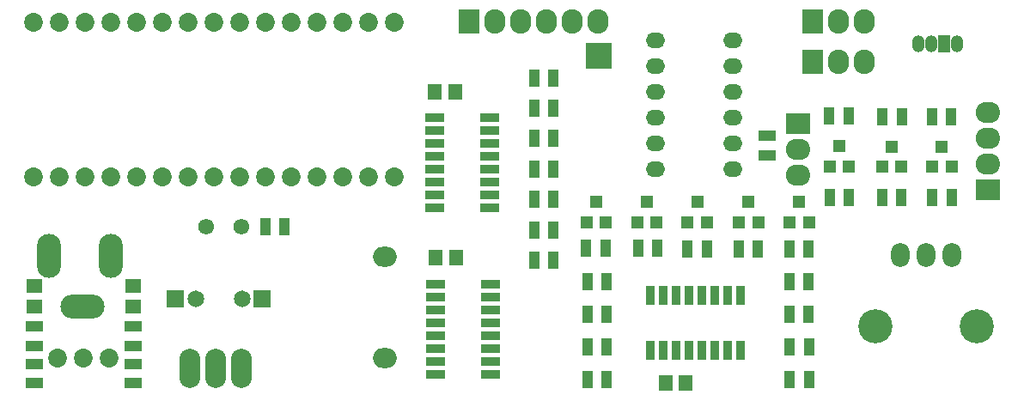
<source format=gbs>
G04 #@! TF.FileFunction,Soldermask,Bot*
%FSLAX46Y46*%
G04 Gerber Fmt 4.6, Leading zero omitted, Abs format (unit mm)*
G04 Created by KiCad (PCBNEW 4.1.0-alpha+201607281302+6996~46~ubuntu14.04.1-product) date Sun Aug  7 01:59:30 2016*
%MOMM*%
%LPD*%
G01*
G04 APERTURE LIST*
%ADD10C,0.100000*%
%ADD11R,0.955600X1.855600*%
%ADD12R,1.855600X0.955600*%
%ADD13R,2.387600X2.082800*%
%ADD14O,2.387600X2.082800*%
%ADD15R,1.655600X1.055600*%
%ADD16R,1.055600X1.655600*%
%ADD17O,1.879600X1.555600*%
%ADD18O,1.855600X2.355600*%
%ADD19C,3.355600*%
%ADD20O,2.355600X1.955600*%
%ADD21O,2.355600X4.355600*%
%ADD22O,4.355600X2.355600*%
%ADD23O,1.255600X1.655600*%
%ADD24R,1.255600X1.655600*%
%ADD25R,1.355600X1.605600*%
%ADD26R,1.655600X1.655600*%
%ADD27C,1.655600*%
%ADD28R,2.590800X2.590800*%
%ADD29R,2.082800X2.387600*%
%ADD30O,2.082800X2.387600*%
%ADD31O,2.054860X3.855720*%
%ADD32C,1.855600*%
%ADD33C,1.555600*%
%ADD34R,1.155700X1.155700*%
%ADD35R,1.605600X1.355600*%
G04 APERTURE END LIST*
D10*
D11*
X174010000Y-69300000D03*
X175280000Y-69300000D03*
X176550000Y-69300000D03*
X177820000Y-69300000D03*
X179090000Y-69300000D03*
X180360000Y-69300000D03*
X181630000Y-69300000D03*
X182900000Y-69300000D03*
X182900000Y-74700000D03*
X181630000Y-74700000D03*
X180360000Y-74700000D03*
X179090000Y-74700000D03*
X177820000Y-74700000D03*
X176550000Y-74700000D03*
X175280000Y-74700000D03*
X174010000Y-74700000D03*
D12*
X158150000Y-51805000D03*
X158150000Y-53075000D03*
X158150000Y-54345000D03*
X158150000Y-55615000D03*
X158150000Y-56885000D03*
X158150000Y-58155000D03*
X158150000Y-59425000D03*
X158150000Y-60695000D03*
X152750000Y-60695000D03*
X152750000Y-59425000D03*
X152750000Y-58155000D03*
X152750000Y-56885000D03*
X152750000Y-55615000D03*
X152750000Y-54345000D03*
X152750000Y-53075000D03*
X152750000Y-51805000D03*
D13*
X188550000Y-52400000D03*
D14*
X188550000Y-54940000D03*
X188550000Y-57480000D03*
D15*
X185450000Y-53570000D03*
X185450000Y-55470000D03*
D16*
X167760000Y-77600000D03*
X169660000Y-77600000D03*
D17*
X174500000Y-44160000D03*
X174500000Y-46700000D03*
X174500000Y-49240000D03*
X174500000Y-51780000D03*
X174500000Y-54320000D03*
X174500000Y-56860000D03*
X182120000Y-44160000D03*
X182120000Y-46700000D03*
X182120000Y-49240000D03*
X182120000Y-51780000D03*
X182120000Y-54320000D03*
X182120000Y-56860000D03*
D12*
X158200000Y-68170000D03*
X158200000Y-69440000D03*
X158200000Y-70710000D03*
X158200000Y-71980000D03*
X158200000Y-73250000D03*
X158200000Y-74520000D03*
X158200000Y-75790000D03*
X158200000Y-77060000D03*
X152800000Y-77060000D03*
X152800000Y-75790000D03*
X152800000Y-74520000D03*
X152800000Y-73250000D03*
X152800000Y-71980000D03*
X152800000Y-70710000D03*
X152800000Y-69440000D03*
X152800000Y-68170000D03*
D18*
X201150000Y-65350000D03*
X203650000Y-65350000D03*
X198650000Y-65350000D03*
D19*
X206150000Y-72350000D03*
X196150000Y-72350000D03*
D20*
X147850000Y-65500000D03*
X147850000Y-75500000D03*
D21*
X120840000Y-65410000D03*
X114690000Y-65410000D03*
D22*
X117990000Y-70410000D03*
D23*
X201640000Y-44510000D03*
D24*
X202910000Y-44510000D03*
D23*
X200370000Y-44510000D03*
X204180000Y-44510000D03*
D25*
X152800000Y-65550000D03*
X154800000Y-65550000D03*
X152750000Y-49250000D03*
X154750000Y-49250000D03*
D26*
X135740000Y-69630000D03*
D27*
X133740000Y-69630000D03*
D26*
X127140000Y-69610000D03*
D27*
X129140000Y-69610000D03*
D28*
X168870000Y-45730000D03*
D29*
X190000000Y-46300000D03*
D30*
X192540000Y-46300000D03*
X195080000Y-46300000D03*
D29*
X190000000Y-42300000D03*
D30*
X192540000Y-42300000D03*
X195080000Y-42300000D03*
D13*
X207260000Y-58880000D03*
D14*
X207260000Y-56340000D03*
X207260000Y-53800000D03*
X207260000Y-51260000D03*
D29*
X156130000Y-42300000D03*
D30*
X158670000Y-42300000D03*
X161210000Y-42300000D03*
X163750000Y-42300000D03*
X166290000Y-42300000D03*
X168830000Y-42300000D03*
D16*
X169550000Y-64650000D03*
X167650000Y-64650000D03*
X164410000Y-50850000D03*
X162510000Y-50850000D03*
X164410000Y-56850000D03*
X162510000Y-56850000D03*
X164410000Y-62850000D03*
X162510000Y-62850000D03*
X174650000Y-64650000D03*
X172750000Y-64650000D03*
X164410000Y-47850000D03*
X162510000Y-47850000D03*
X164410000Y-53850000D03*
X162510000Y-53850000D03*
X164410000Y-59850000D03*
X162510000Y-59850000D03*
X164410000Y-65850000D03*
X162510000Y-65850000D03*
X179550000Y-64750000D03*
X177650000Y-64750000D03*
X184550000Y-64750000D03*
X182650000Y-64750000D03*
X189550000Y-64750000D03*
X187650000Y-64750000D03*
X203650000Y-59700000D03*
X201750000Y-59700000D03*
X193550000Y-59650000D03*
X191650000Y-59650000D03*
X198700000Y-59690000D03*
X196800000Y-59690000D03*
X203600000Y-51700000D03*
X201700000Y-51700000D03*
X193500000Y-51650000D03*
X191600000Y-51650000D03*
X198750000Y-51690000D03*
X196850000Y-51690000D03*
X137930000Y-62570000D03*
X136030000Y-62570000D03*
X187700000Y-77600000D03*
X189600000Y-77600000D03*
X189600000Y-74350000D03*
X187700000Y-74350000D03*
X187650000Y-67950000D03*
X189550000Y-67950000D03*
X189590000Y-71150000D03*
X187690000Y-71150000D03*
X169660000Y-67950000D03*
X167760000Y-67950000D03*
X167760000Y-74350000D03*
X169660000Y-74350000D03*
X169660000Y-71150000D03*
X167760000Y-71150000D03*
D31*
X131170000Y-76520000D03*
X133710000Y-76520000D03*
X128630000Y-76520000D03*
D32*
X148770000Y-42390000D03*
X146230000Y-42390000D03*
X143690000Y-42390000D03*
X141150000Y-42390000D03*
X138610000Y-42390000D03*
X136070000Y-42390000D03*
X133530000Y-42390000D03*
X130990000Y-42390000D03*
X128450000Y-42390000D03*
X125910000Y-42390000D03*
X123370000Y-42390000D03*
X120830000Y-42390000D03*
X118290000Y-42390000D03*
X115750000Y-42390000D03*
X113210000Y-42390000D03*
X113210000Y-57630000D03*
X115750000Y-57630000D03*
X118290000Y-57630000D03*
X120830000Y-57630000D03*
X123370000Y-57630000D03*
X125910000Y-57630000D03*
X128450000Y-57630000D03*
X130990000Y-57630000D03*
X133530000Y-57630000D03*
X136070000Y-57630000D03*
X138610000Y-57630000D03*
X141150000Y-57630000D03*
X143690000Y-57630000D03*
X146230000Y-57630000D03*
X148770000Y-57630000D03*
D33*
X130230000Y-62550000D03*
X133630000Y-62550000D03*
D34*
X169600000Y-62100760D03*
X167700000Y-62100760D03*
X168650000Y-60101780D03*
X174600000Y-62100760D03*
X172700000Y-62100760D03*
X173650000Y-60101780D03*
X179550000Y-62100760D03*
X177650000Y-62100760D03*
X178600000Y-60101780D03*
X184600000Y-62098980D03*
X182700000Y-62098980D03*
X183650000Y-60100000D03*
X189600000Y-62098980D03*
X187700000Y-62098980D03*
X188650000Y-60100000D03*
X203650000Y-56650000D03*
X201750000Y-56650000D03*
X202700000Y-54651020D03*
X193550000Y-56598980D03*
X191650000Y-56598980D03*
X192600000Y-54600000D03*
X198700000Y-56638980D03*
X196800000Y-56638980D03*
X197750000Y-54640000D03*
D25*
X175480000Y-77980000D03*
X177480000Y-77980000D03*
D32*
X120650000Y-75450000D03*
X118110000Y-75450000D03*
X115570000Y-75450000D03*
D35*
X113230000Y-70380000D03*
X113230000Y-68380000D03*
X123030000Y-70380000D03*
X123030000Y-68380000D03*
D15*
X113240000Y-77980000D03*
X113240000Y-76080000D03*
X113240000Y-74300000D03*
X113240000Y-72400000D03*
X123030000Y-77970000D03*
X123030000Y-76070000D03*
X123030000Y-74300000D03*
X123030000Y-72400000D03*
M02*

</source>
